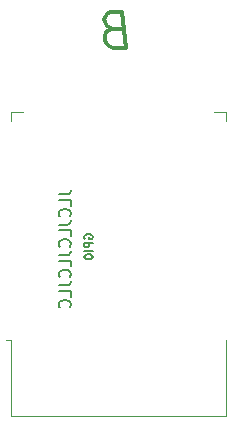
<source format=gbr>
%TF.GenerationSoftware,KiCad,Pcbnew,(5.1.6)-1*%
%TF.CreationDate,2020-09-30T20:40:37+02:00*%
%TF.ProjectId,ESP_test,4553505f-7465-4737-942e-6b696361645f,rev?*%
%TF.SameCoordinates,Original*%
%TF.FileFunction,Legend,Bot*%
%TF.FilePolarity,Positive*%
%FSLAX46Y46*%
G04 Gerber Fmt 4.6, Leading zero omitted, Abs format (unit mm)*
G04 Created by KiCad (PCBNEW (5.1.6)-1) date 2020-09-30 20:40:37*
%MOMM*%
%LPD*%
G01*
G04 APERTURE LIST*
%ADD10C,0.200000*%
%ADD11C,0.175000*%
%ADD12C,0.300000*%
%ADD13C,0.120000*%
G04 APERTURE END LIST*
D10*
X129852380Y-76580952D02*
X130566666Y-76580952D01*
X130709523Y-76533333D01*
X130804761Y-76438095D01*
X130852380Y-76295238D01*
X130852380Y-76200000D01*
X130852380Y-77533333D02*
X130852380Y-77057142D01*
X129852380Y-77057142D01*
X130757142Y-78438095D02*
X130804761Y-78390476D01*
X130852380Y-78247619D01*
X130852380Y-78152380D01*
X130804761Y-78009523D01*
X130709523Y-77914285D01*
X130614285Y-77866666D01*
X130423809Y-77819047D01*
X130280952Y-77819047D01*
X130090476Y-77866666D01*
X129995238Y-77914285D01*
X129900000Y-78009523D01*
X129852380Y-78152380D01*
X129852380Y-78247619D01*
X129900000Y-78390476D01*
X129947619Y-78438095D01*
X129852380Y-79152380D02*
X130566666Y-79152380D01*
X130709523Y-79104761D01*
X130804761Y-79009523D01*
X130852380Y-78866666D01*
X130852380Y-78771428D01*
X130852380Y-80104761D02*
X130852380Y-79628571D01*
X129852380Y-79628571D01*
X130757142Y-81009523D02*
X130804761Y-80961904D01*
X130852380Y-80819047D01*
X130852380Y-80723809D01*
X130804761Y-80580952D01*
X130709523Y-80485714D01*
X130614285Y-80438095D01*
X130423809Y-80390476D01*
X130280952Y-80390476D01*
X130090476Y-80438095D01*
X129995238Y-80485714D01*
X129900000Y-80580952D01*
X129852380Y-80723809D01*
X129852380Y-80819047D01*
X129900000Y-80961904D01*
X129947619Y-81009523D01*
X129852380Y-81723809D02*
X130566666Y-81723809D01*
X130709523Y-81676190D01*
X130804761Y-81580952D01*
X130852380Y-81438095D01*
X130852380Y-81342857D01*
X130852380Y-82676190D02*
X130852380Y-82200000D01*
X129852380Y-82200000D01*
X130757142Y-83580952D02*
X130804761Y-83533333D01*
X130852380Y-83390476D01*
X130852380Y-83295238D01*
X130804761Y-83152380D01*
X130709523Y-83057142D01*
X130614285Y-83009523D01*
X130423809Y-82961904D01*
X130280952Y-82961904D01*
X130090476Y-83009523D01*
X129995238Y-83057142D01*
X129900000Y-83152380D01*
X129852380Y-83295238D01*
X129852380Y-83390476D01*
X129900000Y-83533333D01*
X129947619Y-83580952D01*
X129852380Y-84295238D02*
X130566666Y-84295238D01*
X130709523Y-84247619D01*
X130804761Y-84152380D01*
X130852380Y-84009523D01*
X130852380Y-83914285D01*
X130852380Y-85247619D02*
X130852380Y-84771428D01*
X129852380Y-84771428D01*
X130757142Y-86152380D02*
X130804761Y-86104761D01*
X130852380Y-85961904D01*
X130852380Y-85866666D01*
X130804761Y-85723809D01*
X130709523Y-85628571D01*
X130614285Y-85580952D01*
X130423809Y-85533333D01*
X130280952Y-85533333D01*
X130090476Y-85580952D01*
X129995238Y-85628571D01*
X129900000Y-85723809D01*
X129852380Y-85866666D01*
X129852380Y-85961904D01*
X129900000Y-86104761D01*
X129947619Y-86152380D01*
D11*
X132050000Y-80333333D02*
X132016666Y-80266666D01*
X132016666Y-80166666D01*
X132050000Y-80066666D01*
X132116666Y-80000000D01*
X132183333Y-79966666D01*
X132316666Y-79933333D01*
X132416666Y-79933333D01*
X132550000Y-79966666D01*
X132616666Y-80000000D01*
X132683333Y-80066666D01*
X132716666Y-80166666D01*
X132716666Y-80233333D01*
X132683333Y-80333333D01*
X132650000Y-80366666D01*
X132416666Y-80366666D01*
X132416666Y-80233333D01*
X132716666Y-80666666D02*
X132016666Y-80666666D01*
X132016666Y-80933333D01*
X132050000Y-81000000D01*
X132083333Y-81033333D01*
X132150000Y-81066666D01*
X132250000Y-81066666D01*
X132316666Y-81033333D01*
X132350000Y-81000000D01*
X132383333Y-80933333D01*
X132383333Y-80666666D01*
X132716666Y-81366666D02*
X132016666Y-81366666D01*
X132016666Y-81833333D02*
X132016666Y-81900000D01*
X132050000Y-81966666D01*
X132083333Y-82000000D01*
X132150000Y-82033333D01*
X132283333Y-82066666D01*
X132450000Y-82066666D01*
X132583333Y-82033333D01*
X132650000Y-82000000D01*
X132683333Y-81966666D01*
X132716666Y-81900000D01*
X132716666Y-81833333D01*
X132683333Y-81766666D01*
X132650000Y-81733333D01*
X132583333Y-81700000D01*
X132450000Y-81666666D01*
X132283333Y-81666666D01*
X132150000Y-81700000D01*
X132083333Y-81733333D01*
X132050000Y-81766666D01*
X132016666Y-81833333D01*
D12*
X134377053Y-62585714D02*
X133966339Y-62728571D01*
X133841339Y-62871428D01*
X133734196Y-63157142D01*
X133787767Y-63585714D01*
X133966339Y-63871428D01*
X134127053Y-64014285D01*
X134430625Y-64157142D01*
X135573482Y-64157142D01*
X135198482Y-61157142D01*
X134198482Y-61157142D01*
X133930625Y-61300000D01*
X133805625Y-61442857D01*
X133698482Y-61728571D01*
X133734196Y-62014285D01*
X133912767Y-62300000D01*
X134073482Y-62442857D01*
X134377053Y-62585714D01*
X135377053Y-62585714D01*
D13*
%TO.C,U1*%
X125780000Y-70395000D02*
X125780000Y-69615000D01*
X125780000Y-69615000D02*
X126780000Y-69615000D01*
X144020000Y-70395000D02*
X144020000Y-69615000D01*
X144020000Y-69615000D02*
X143020000Y-69615000D01*
X125780000Y-95360000D02*
X144020000Y-95360000D01*
X144020000Y-95360000D02*
X144020000Y-88940000D01*
X125780000Y-95360000D02*
X125780000Y-88940000D01*
X125780000Y-88940000D02*
X125400000Y-88940000D01*
%TD*%
M02*

</source>
